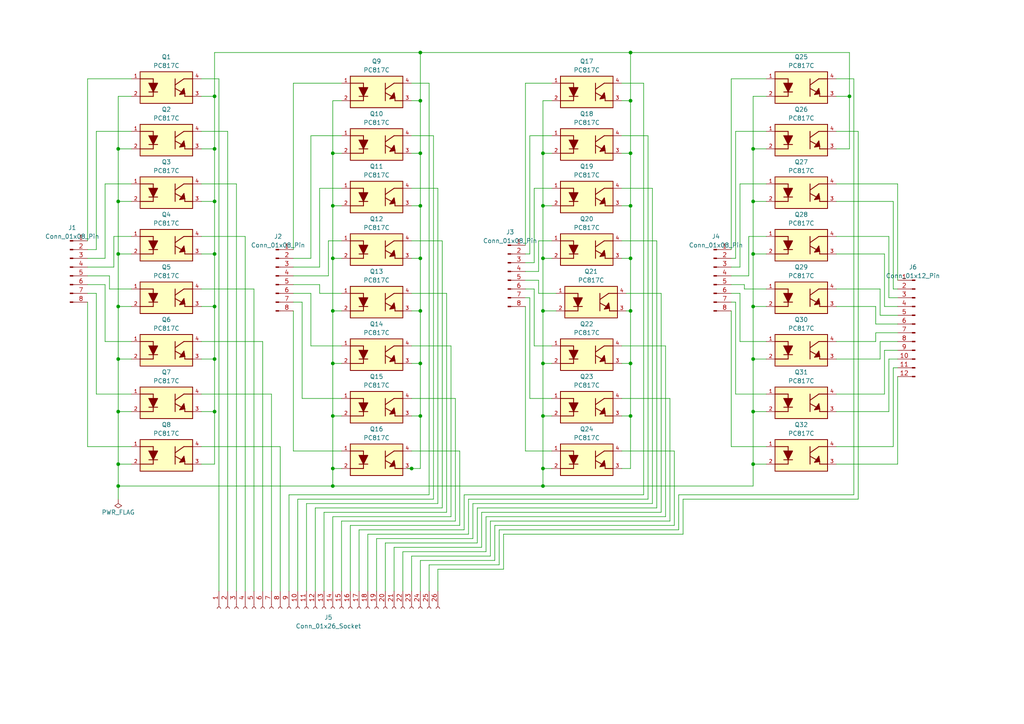
<source format=kicad_sch>
(kicad_sch (version 20230121) (generator eeschema)
  (paper "A4")
  (lib_symbols
    (symbol "Connector:Conn_01x08_Pin" (pin_names (offset 1.016) hide)
      (property "Reference" "J" (at 0 10.16 0))
      (property "Value" "Conn_01x08_Pin" (at 0 -12.7 0))
      (symbol "Conn_01x08_Pin_1_1"
        (pin passive line (at 5.08 7.62 180) (length 3.81) (name "Pin_1") (number "1"))
        (pin passive line (at 5.08 5.08 180) (length 3.81) (name "Pin_2") (number "2"))
        (pin passive line (at 5.08 2.54 180) (length 3.81) (name "Pin_3") (number "3"))
        (pin passive line (at 5.08 0 180) (length 3.81) (name "Pin_4") (number "4"))
        (pin passive line (at 5.08 -2.54 180) (length 3.81) (name "Pin_5") (number "5"))
        (pin passive line (at 5.08 -5.08 180) (length 3.81) (name "Pin_6") (number "6"))
        (pin passive line (at 5.08 -7.62 180) (length 3.81) (name "Pin_7") (number "7"))
        (pin passive line (at 5.08 -10.16 180) (length 3.81) (name "Pin_8") (number "8"))
      )
    )
    (symbol "Connector:Conn_01x12_Pin" (pin_names (offset 1.016) hide)
      (property "Reference" "J" (at 0 15.24 0))
      (property "Value" "Conn_01x12_Pin" (at 0 -17.78 0))
      (symbol "Conn_01x12_Pin_1_1"
        (pin passive line (at 5.08 12.7 180) (length 3.81) (name "Pin_1") (number "1"))
        (pin passive line (at 5.08 -10.16 180) (length 3.81) (name "Pin_10") (number "10"))
        (pin passive line (at 5.08 -12.7 180) (length 3.81) (name "Pin_11") (number "11"))
        (pin passive line (at 5.08 -15.24 180) (length 3.81) (name "Pin_12") (number "12"))
        (pin passive line (at 5.08 10.16 180) (length 3.81) (name "Pin_2") (number "2"))
        (pin passive line (at 5.08 7.62 180) (length 3.81) (name "Pin_3") (number "3"))
        (pin passive line (at 5.08 5.08 180) (length 3.81) (name "Pin_4") (number "4"))
        (pin passive line (at 5.08 2.54 180) (length 3.81) (name "Pin_5") (number "5"))
        (pin passive line (at 5.08 0 180) (length 3.81) (name "Pin_6") (number "6"))
        (pin passive line (at 5.08 -2.54 180) (length 3.81) (name "Pin_7") (number "7"))
        (pin passive line (at 5.08 -5.08 180) (length 3.81) (name "Pin_8") (number "8"))
        (pin passive line (at 5.08 -7.62 180) (length 3.81) (name "Pin_9") (number "9"))
      )
    )
    (symbol "Connector:Conn_01x26_Socket" (pin_names (offset 1.016) hide)
      (property "Reference" "J" (at 0 33.02 0))
      (property "Value" "Conn_01x26_Socket" (at 0 -35.56 0))
      (symbol "Conn_01x26_Socket_1_1"
        (pin passive line (at -5.08 30.48 0) (length 3.81) (name "Pin_1") (number "1"))
        (pin passive line (at -5.08 7.62 0) (length 3.81) (name "Pin_10") (number "10"))
        (pin passive line (at -5.08 5.08 0) (length 3.81) (name "Pin_11") (number "11"))
        (pin passive line (at -5.08 2.54 0) (length 3.81) (name "Pin_12") (number "12"))
        (pin passive line (at -5.08 0 0) (length 3.81) (name "Pin_13") (number "13"))
        (pin passive line (at -5.08 -2.54 0) (length 3.81) (name "Pin_14") (number "14"))
        (pin passive line (at -5.08 -5.08 0) (length 3.81) (name "Pin_15") (number "15"))
        (pin passive line (at -5.08 -7.62 0) (length 3.81) (name "Pin_16") (number "16"))
        (pin passive line (at -5.08 -10.16 0) (length 3.81) (name "Pin_17") (number "17"))
        (pin passive line (at -5.08 -12.7 0) (length 3.81) (name "Pin_18") (number "18"))
        (pin passive line (at -5.08 -15.24 0) (length 3.81) (name "Pin_19") (number "19"))
        (pin passive line (at -5.08 27.94 0) (length 3.81) (name "Pin_2") (number "2"))
        (pin passive line (at -5.08 -17.78 0) (length 3.81) (name "Pin_20") (number "20"))
        (pin passive line (at -5.08 -20.32 0) (length 3.81) (name "Pin_21") (number "21"))
        (pin passive line (at -5.08 -22.86 0) (length 3.81) (name "Pin_22") (number "22"))
        (pin passive line (at -5.08 -25.4 0) (length 3.81) (name "Pin_23") (number "23"))
        (pin passive line (at -5.08 -27.94 0) (length 3.81) (name "Pin_24") (number "24"))
        (pin passive line (at -5.08 -30.48 0) (length 3.81) (name "Pin_25") (number "25"))
        (pin passive line (at -5.08 -33.02 0) (length 3.81) (name "Pin_26") (number "26"))
        (pin passive line (at -5.08 25.4 0) (length 3.81) (name "Pin_3") (number "3"))
        (pin passive line (at -5.08 22.86 0) (length 3.81) (name "Pin_4") (number "4"))
        (pin passive line (at -5.08 20.32 0) (length 3.81) (name "Pin_5") (number "5"))
        (pin passive line (at -5.08 17.78 0) (length 3.81) (name "Pin_6") (number "6"))
        (pin passive line (at -5.08 15.24 0) (length 3.81) (name "Pin_7") (number "7"))
        (pin passive line (at -5.08 12.7 0) (length 3.81) (name "Pin_8") (number "8"))
        (pin passive line (at -5.08 10.16 0) (length 3.81) (name "Pin_9") (number "9"))
      )
    )
    (symbol "PC817C:PC817C" (pin_names (offset 1.016))
      (property "Reference" "Q" (at -7.6341 5.0894 0))
      (property "Value" "PC817C" (at -7.1257 -7.1257 0))
      (symbol "PC817C_0_0"
        (pin passive line (at -10.16 2.54 0) (length 2.54) (name "~") (number "1"))
        (pin passive line (at -10.16 -2.54 0) (length 2.54) (name "~") (number "2"))
        (pin passive line (at 10.16 -2.54 180) (length 2.54) (name "~") (number "3"))
        (pin passive line (at 10.16 2.54 180) (length 2.54) (name "~") (number "4"))
      )
    )
    (symbol "power:PWR_FLAG" (power) (pin_numbers hide) (pin_names (offset 0) hide)
      (property "Value" "PWR_FLAG" (at 0 3.81 0))
      (symbol "PWR_FLAG_0_0"
        (pin power_out line (at 0 0 90) (length 0) (name "pwr") (number "1"))
      )
    )
  )
  (junction (at 218.44 104.14))
  (junction (at 157.48 74.93))
  (junction (at 218.44 134.62))
  (junction (at 62.23 119.38))
  (junction (at 121.92 74.93))
  (junction (at 157.48 140.97))
  (junction (at 182.88 120.65))
  (junction (at 157.48 44.45))
  (junction (at 34.29 119.38))
  (junction (at 96.52 74.93))
  (junction (at 157.48 135.89))
  (junction (at 119.38 135.89))
  (junction (at 182.88 15.24))
  (junction (at 218.44 58.42))
  (junction (at 121.92 59.69))
  (junction (at 34.29 43.18))
  (junction (at 96.52 120.65))
  (junction (at 96.52 90.17))
  (junction (at 157.48 105.41))
  (junction (at 34.29 104.14))
  (junction (at 218.44 88.9))
  (junction (at 34.29 140.97))
  (junction (at 62.23 73.66))
  (junction (at 96.52 105.41))
  (junction (at 121.92 15.24))
  (junction (at 246.38 27.94))
  (junction (at 34.29 88.9))
  (junction (at 182.88 59.69))
  (junction (at 182.88 44.45))
  (junction (at 218.44 119.38))
  (junction (at 182.88 74.93))
  (junction (at 62.23 104.14))
  (junction (at 182.88 29.21))
  (junction (at 96.52 140.97))
  (junction (at 157.48 59.69))
  (junction (at 121.92 90.17))
  (junction (at 62.23 43.18))
  (junction (at 96.52 135.89))
  (junction (at 121.92 29.21))
  (junction (at 96.52 59.69))
  (junction (at 218.44 73.66))
  (junction (at 34.29 58.42))
  (junction (at 218.44 43.18))
  (junction (at 121.92 120.65))
  (junction (at 182.88 105.41))
  (junction (at 62.23 58.42))
  (junction (at 34.29 73.66))
  (junction (at 121.92 105.41))
  (junction (at 96.52 44.45))
  (junction (at 157.48 90.17))
  (junction (at 121.92 44.45))
  (junction (at 182.88 90.17))
  (junction (at 62.23 88.9))
  (junction (at 62.23 27.94))
  (junction (at 34.29 134.62))
  (junction (at 157.48 120.65))
  (wire (pts (xy 218.44 58.42) (xy 222.25 58.42)))
  (wire (pts (xy 129.54 148.59) (xy 93.98 148.59)))
  (wire (pts (xy 101.6 152.4) (xy 101.6 171.45)))
  (wire (pts (xy 88.9 146.05) (xy 88.9 171.45)))
  (wire (pts (xy 62.23 27.94) (xy 62.23 15.24)))
  (wire (pts (xy 85.09 80.01) (xy 95.25 80.01)))
  (wire (pts (xy 217.17 80.01) (xy 217.17 68.58)))
  (wire (pts (xy 196.85 143.51) (xy 196.85 153.67)))
  (wire (pts (xy 157.48 140.97) (xy 218.44 140.97)))
  (wire (pts (xy 218.44 104.14) (xy 222.25 104.14)))
  (wire (pts (xy 152.4 73.66) (xy 153.67 73.66)))
  (wire (pts (xy 96.52 135.89) (xy 99.06 135.89)))
  (wire (pts (xy 255.27 91.44) (xy 260.35 91.44)))
  (wire (pts (xy 212.09 87.63) (xy 213.36 87.63)))
  (wire (pts (xy 256.54 101.6) (xy 260.35 101.6)))
  (wire (pts (xy 242.57 68.58) (xy 257.81 68.58)))
  (wire (pts (xy 182.88 59.69) (xy 182.88 74.93)))
  (wire (pts (xy 198.12 144.78) (xy 198.12 154.94)))
  (wire (pts (xy 132.08 151.13) (xy 99.06 151.13)))
  (wire (pts (xy 119.38 135.89) (xy 121.92 135.89)))
  (wire (pts (xy 129.54 85.09) (xy 129.54 148.59)))
  (wire (pts (xy 96.52 149.86) (xy 96.52 171.45)))
  (wire (pts (xy 242.57 38.1) (xy 248.92 38.1)))
  (wire (pts (xy 242.57 53.34) (xy 260.35 53.34)))
  (wire (pts (xy 180.34 24.13) (xy 186.69 24.13)))
  (wire (pts (xy 153.67 86.36) (xy 152.4 86.36)))
  (wire (pts (xy 180.34 44.45) (xy 182.88 44.45)))
  (wire (pts (xy 218.44 27.94) (xy 222.25 27.94)))
  (wire (pts (xy 121.92 171.45) (xy 121.92 162.56)))
  (wire (pts (xy 63.5 22.86) (xy 63.5 171.45)))
  (wire (pts (xy 25.4 87.63) (xy 25.4 129.54)))
  (wire (pts (xy 96.52 140.97) (xy 157.48 140.97)))
  (wire (pts (xy 157.48 44.45) (xy 160.02 44.45)))
  (wire (pts (xy 119.38 130.81) (xy 133.35 130.81)))
  (wire (pts (xy 152.4 76.2) (xy 154.94 76.2)))
  (wire (pts (xy 34.29 73.66) (xy 34.29 88.9)))
  (wire (pts (xy 58.42 114.3) (xy 78.74 114.3)))
  (wire (pts (xy 218.44 104.14) (xy 218.44 88.9)))
  (wire (pts (xy 66.04 38.1) (xy 58.42 38.1)))
  (wire (pts (xy 90.17 39.37) (xy 99.06 39.37)))
  (wire (pts (xy 157.48 29.21) (xy 160.02 29.21)))
  (wire (pts (xy 96.52 74.93) (xy 99.06 74.93)))
  (wire (pts (xy 119.38 161.29) (xy 119.38 171.45)))
  (wire (pts (xy 119.38 85.09) (xy 129.54 85.09)))
  (wire (pts (xy 95.25 80.01) (xy 95.25 69.85)))
  (wire (pts (xy 96.52 90.17) (xy 96.52 105.41)))
  (wire (pts (xy 146.05 154.94) (xy 146.05 165.1)))
  (wire (pts (xy 143.51 162.56) (xy 143.51 152.4)))
  (wire (pts (xy 160.02 24.13) (xy 152.4 24.13)))
  (wire (pts (xy 119.38 74.93) (xy 121.92 74.93)))
  (wire (pts (xy 182.88 29.21) (xy 182.88 15.24)))
  (wire (pts (xy 124.46 143.51) (xy 83.82 143.51)))
  (wire (pts (xy 133.35 152.4) (xy 101.6 152.4)))
  (wire (pts (xy 62.23 88.9) (xy 62.23 104.14)))
  (wire (pts (xy 119.38 44.45) (xy 121.92 44.45)))
  (wire (pts (xy 256.54 88.9) (xy 260.35 88.9)))
  (wire (pts (xy 30.48 99.06) (xy 38.1 99.06)))
  (wire (pts (xy 242.57 27.94) (xy 246.38 27.94)))
  (wire (pts (xy 27.94 38.1) (xy 38.1 38.1)))
  (wire (pts (xy 152.4 88.9) (xy 152.4 130.81)))
  (wire (pts (xy 63.5 22.86) (xy 58.42 22.86)))
  (wire (pts (xy 114.3 158.75) (xy 114.3 171.45)))
  (wire (pts (xy 212.09 22.86) (xy 222.25 22.86)))
  (wire (pts (xy 157.48 90.17) (xy 161.29 90.17)))
  (wire (pts (xy 156.21 78.74) (xy 156.21 69.85)))
  (wire (pts (xy 194.31 151.13) (xy 142.24 151.13)))
  (wire (pts (xy 25.4 85.09) (xy 27.94 85.09)))
  (wire (pts (xy 111.76 157.48) (xy 138.43 157.48)))
  (wire (pts (xy 154.94 54.61) (xy 160.02 54.61)))
  (wire (pts (xy 160.02 100.33) (xy 154.94 100.33)))
  (wire (pts (xy 187.96 39.37) (xy 187.96 144.78)))
  (wire (pts (xy 85.09 87.63) (xy 87.63 87.63)))
  (wire (pts (xy 92.71 77.47) (xy 92.71 54.61)))
  (wire (pts (xy 78.74 114.3) (xy 78.74 171.45)))
  (wire (pts (xy 255.27 83.82) (xy 255.27 91.44)))
  (wire (pts (xy 86.36 144.78) (xy 86.36 171.45)))
  (wire (pts (xy 66.04 38.1) (xy 66.04 171.45)))
  (wire (pts (xy 62.23 134.62) (xy 58.42 134.62)))
  (wire (pts (xy 128.27 69.85) (xy 128.27 147.32)))
  (wire (pts (xy 259.08 83.82) (xy 260.35 83.82)))
  (wire (pts (xy 180.34 130.81) (xy 195.58 130.81)))
  (wire (pts (xy 121.92 74.93) (xy 121.92 90.17)))
  (wire (pts (xy 242.57 119.38) (xy 257.81 119.38)))
  (wire (pts (xy 154.94 83.82) (xy 152.4 83.82)))
  (wire (pts (xy 198.12 154.94) (xy 146.05 154.94)))
  (wire (pts (xy 34.29 104.14) (xy 38.1 104.14)))
  (wire (pts (xy 212.09 72.39) (xy 212.09 22.86)))
  (wire (pts (xy 31.75 80.01) (xy 31.75 83.82)))
  (wire (pts (xy 83.82 143.51) (xy 83.82 171.45)))
  (wire (pts (xy 157.48 135.89) (xy 157.48 140.97)))
  (wire (pts (xy 195.58 152.4) (xy 195.58 130.81)))
  (wire (pts (xy 96.52 105.41) (xy 96.52 120.65)))
  (wire (pts (xy 119.38 39.37) (xy 125.73 39.37)))
  (wire (pts (xy 180.34 29.21) (xy 182.88 29.21)))
  (wire (pts (xy 34.29 119.38) (xy 38.1 119.38)))
  (wire (pts (xy 96.52 74.93) (xy 96.52 90.17)))
  (wire (pts (xy 96.52 29.21) (xy 96.52 44.45)))
  (wire (pts (xy 25.4 82.55) (xy 30.48 82.55)))
  (wire (pts (xy 156.21 81.28) (xy 152.4 81.28)))
  (wire (pts (xy 140.97 149.86) (xy 140.97 160.02)))
  (wire (pts (xy 186.69 143.51) (xy 134.62 143.51)))
  (wire (pts (xy 143.51 152.4) (xy 195.58 152.4)))
  (wire (pts (xy 25.4 72.39) (xy 27.94 72.39)))
  (wire (pts (xy 248.92 38.1) (xy 248.92 144.78)))
  (wire (pts (xy 71.12 68.58) (xy 71.12 171.45)))
  (wire (pts (xy 90.17 85.09) (xy 90.17 100.33)))
  (wire (pts (xy 214.63 77.47) (xy 214.63 53.34)))
  (wire (pts (xy 193.04 149.86) (xy 140.97 149.86)))
  (wire (pts (xy 124.46 24.13) (xy 124.46 143.51)))
  (wire (pts (xy 160.02 115.57) (xy 153.67 115.57)))
  (wire (pts (xy 152.4 130.81) (xy 160.02 130.81)))
  (wire (pts (xy 71.12 68.58) (xy 58.42 68.58)))
  (wire (pts (xy 99.06 29.21) (xy 96.52 29.21)))
  (wire (pts (xy 180.34 74.93) (xy 182.88 74.93)))
  (wire (pts (xy 218.44 73.66) (xy 218.44 58.42)))
  (wire (pts (xy 156.21 69.85) (xy 160.02 69.85)))
  (wire (pts (xy 58.42 88.9) (xy 62.23 88.9)))
  (wire (pts (xy 85.09 24.13) (xy 99.06 24.13)))
  (wire (pts (xy 34.29 27.94) (xy 34.29 43.18)))
  (wire (pts (xy 119.38 120.65) (xy 121.92 120.65)))
  (wire (pts (xy 121.92 162.56) (xy 143.51 162.56)))
  (wire (pts (xy 254 99.06) (xy 254 96.52)))
  (wire (pts (xy 34.29 119.38) (xy 34.29 134.62)))
  (wire (pts (xy 218.44 88.9) (xy 218.44 73.66)))
  (wire (pts (xy 85.09 72.39) (xy 85.09 24.13)))
  (wire (pts (xy 248.92 144.78) (xy 198.12 144.78)))
  (wire (pts (xy 154.94 76.2) (xy 154.94 54.61)))
  (wire (pts (xy 213.36 38.1) (xy 222.25 38.1)))
  (wire (pts (xy 218.44 43.18) (xy 218.44 27.94)))
  (wire (pts (xy 31.75 83.82) (xy 38.1 83.82)))
  (wire (pts (xy 34.29 134.62) (xy 38.1 134.62)))
  (wire (pts (xy 187.96 144.78) (xy 135.89 144.78)))
  (wire (pts (xy 182.88 29.21) (xy 182.88 44.45)))
  (wire (pts (xy 90.17 74.93) (xy 90.17 39.37)))
  (wire (pts (xy 58.42 73.66) (xy 62.23 73.66)))
  (wire (pts (xy 182.88 105.41) (xy 182.88 120.65)))
  (wire (pts (xy 257.81 119.38) (xy 257.81 104.14)))
  (wire (pts (xy 25.4 80.01) (xy 31.75 80.01)))
  (wire (pts (xy 119.38 115.57) (xy 132.08 115.57)))
  (wire (pts (xy 125.73 144.78) (xy 86.36 144.78)))
  (wire (pts (xy 91.44 147.32) (xy 91.44 171.45)))
  (wire (pts (xy 34.29 134.62) (xy 34.29 140.97)))
  (wire (pts (xy 196.85 153.67) (xy 144.78 153.67)))
  (wire (pts (xy 128.27 147.32) (xy 91.44 147.32)))
  (wire (pts (xy 27.94 114.3) (xy 38.1 114.3)))
  (wire (pts (xy 25.4 22.86) (xy 38.1 22.86)))
  (wire (pts (xy 144.78 163.83) (xy 124.46 163.83)))
  (wire (pts (xy 190.5 69.85) (xy 190.5 147.32)))
  (wire (pts (xy 58.42 129.54) (xy 81.28 129.54)))
  (wire (pts (xy 260.35 134.62) (xy 260.35 109.22)))
  (wire (pts (xy 180.34 115.57) (xy 194.31 115.57)))
  (wire (pts (xy 152.4 78.74) (xy 156.21 78.74)))
  (wire (pts (xy 58.42 99.06) (xy 76.2 99.06)))
  (wire (pts (xy 193.04 100.33) (xy 193.04 149.86)))
  (wire (pts (xy 181.61 85.09) (xy 191.77 85.09)))
  (wire (pts (xy 34.29 140.97) (xy 34.29 144.78)))
  (wire (pts (xy 92.71 54.61) (xy 99.06 54.61)))
  (wire (pts (xy 62.23 73.66) (xy 62.23 88.9)))
  (wire (pts (xy 182.88 120.65) (xy 182.88 135.89)))
  (wire (pts (xy 96.52 59.69) (xy 99.06 59.69)))
  (wire (pts (xy 134.62 143.51) (xy 134.62 153.67)))
  (wire (pts (xy 146.05 165.1) (xy 127 165.1)))
  (wire (pts (xy 62.23 119.38) (xy 62.23 134.62)))
  (wire (pts (xy 121.92 105.41) (xy 121.92 120.65)))
  (wire (pts (xy 58.42 104.14) (xy 62.23 104.14)))
  (wire (pts (xy 254 88.9) (xy 254 93.98)))
  (wire (pts (xy 104.14 153.67) (xy 104.14 171.45)))
  (wire (pts (xy 182.88 74.93) (xy 182.88 90.17)))
  (wire (pts (xy 34.29 73.66) (xy 38.1 73.66)))
  (wire (pts (xy 257.81 86.36) (xy 260.35 86.36)))
  (wire (pts (xy 242.57 129.54) (xy 259.08 129.54)))
  (wire (pts (xy 92.71 85.09) (xy 99.06 85.09)))
  (wire (pts (xy 218.44 134.62) (xy 218.44 140.97)))
  (wire (pts (xy 96.52 90.17) (xy 99.06 90.17)))
  (wire (pts (xy 133.35 130.81) (xy 133.35 152.4)))
  (wire (pts (xy 212.09 90.17) (xy 212.09 129.54)))
  (wire (pts (xy 27.94 85.09) (xy 27.94 114.3)))
  (wire (pts (xy 25.4 77.47) (xy 33.02 77.47)))
  (wire (pts (xy 142.24 161.29) (xy 119.38 161.29)))
  (wire (pts (xy 68.58 53.34) (xy 58.42 53.34)))
  (wire (pts (xy 157.48 120.65) (xy 160.02 120.65)))
  (wire (pts (xy 242.57 104.14) (xy 255.27 104.14)))
  (wire (pts (xy 218.44 43.18) (xy 222.25 43.18)))
  (wire (pts (xy 33.02 77.47) (xy 33.02 68.58)))
  (wire (pts (xy 109.22 156.21) (xy 109.22 171.45)))
  (wire (pts (xy 157.48 59.69) (xy 160.02 59.69)))
  (wire (pts (xy 256.54 73.66) (xy 256.54 88.9)))
  (wire (pts (xy 217.17 68.58) (xy 222.25 68.58)))
  (wire (pts (xy 161.29 85.09) (xy 156.21 85.09)))
  (wire (pts (xy 138.43 157.48) (xy 138.43 147.32)))
  (wire (pts (xy 27.94 72.39) (xy 27.94 38.1)))
  (wire (pts (xy 213.36 114.3) (xy 222.25 114.3)))
  (wire (pts (xy 259.08 129.54) (xy 259.08 106.68)))
  (wire (pts (xy 157.48 135.89) (xy 160.02 135.89)))
  (wire (pts (xy 180.34 59.69) (xy 182.88 59.69)))
  (wire (pts (xy 194.31 115.57) (xy 194.31 151.13)))
  (wire (pts (xy 257.81 68.58) (xy 257.81 86.36)))
  (wire (pts (xy 132.08 115.57) (xy 132.08 151.13)))
  (wire (pts (xy 157.48 105.41) (xy 157.48 90.17)))
  (wire (pts (xy 157.48 74.93) (xy 160.02 74.93)))
  (wire (pts (xy 222.25 134.62) (xy 218.44 134.62)))
  (wire (pts (xy 96.52 59.69) (xy 96.52 74.93)))
  (wire (pts (xy 119.38 100.33) (xy 130.81 100.33)))
  (wire (pts (xy 157.48 120.65) (xy 157.48 105.41)))
  (wire (pts (xy 34.29 104.14) (xy 34.29 119.38)))
  (wire (pts (xy 85.09 82.55) (xy 92.71 82.55)))
  (wire (pts (xy 118.11 135.89) (xy 119.38 135.89)))
  (wire (pts (xy 85.09 74.93) (xy 90.17 74.93)))
  (wire (pts (xy 152.4 24.13) (xy 152.4 71.12)))
  (wire (pts (xy 33.02 68.58) (xy 38.1 68.58)))
  (wire (pts (xy 212.09 77.47) (xy 214.63 77.47)))
  (wire (pts (xy 121.92 120.65) (xy 121.92 135.89)))
  (wire (pts (xy 189.23 54.61) (xy 189.23 146.05)))
  (wire (pts (xy 137.16 156.21) (xy 137.16 146.05)))
  (wire (pts (xy 90.17 100.33) (xy 99.06 100.33)))
  (wire (pts (xy 111.76 157.48) (xy 111.76 171.45)))
  (wire (pts (xy 34.29 58.42) (xy 34.29 73.66)))
  (wire (pts (xy 218.44 73.66) (xy 222.25 73.66)))
  (wire (pts (xy 127 146.05) (xy 88.9 146.05)))
  (wire (pts (xy 242.57 22.86) (xy 247.65 22.86)))
  (wire (pts (xy 260.35 53.34) (xy 260.35 81.28)))
  (wire (pts (xy 180.34 69.85) (xy 190.5 69.85)))
  (wire (pts (xy 96.52 120.65) (xy 99.06 120.65)))
  (wire (pts (xy 218.44 119.38) (xy 218.44 134.62)))
  (wire (pts (xy 180.34 120.65) (xy 182.88 120.65)))
  (wire (pts (xy 116.84 160.02) (xy 116.84 171.45)))
  (wire (pts (xy 242.57 73.66) (xy 256.54 73.66)))
  (wire (pts (xy 214.63 99.06) (xy 222.25 99.06)))
  (wire (pts (xy 119.38 24.13) (xy 124.46 24.13)))
  (wire (pts (xy 106.68 154.94) (xy 106.68 171.45)))
  (wire (pts (xy 81.28 129.54) (xy 81.28 171.45)))
  (wire (pts (xy 119.38 69.85) (xy 128.27 69.85)))
  (wire (pts (xy 180.34 100.33) (xy 193.04 100.33)))
  (wire (pts (xy 218.44 119.38) (xy 218.44 104.14)))
  (wire (pts (xy 121.92 90.17) (xy 121.92 105.41)))
  (wire (pts (xy 30.48 74.93) (xy 30.48 53.34)))
  (wire (pts (xy 157.48 59.69) (xy 157.48 44.45)))
  (wire (pts (xy 87.63 115.57) (xy 99.06 115.57)))
  (wire (pts (xy 96.52 105.41) (xy 99.06 105.41)))
  (wire (pts (xy 214.63 53.34) (xy 222.25 53.34)))
  (wire (pts (xy 85.09 90.17) (xy 85.09 130.81)))
  (wire (pts (xy 125.73 39.37) (xy 125.73 144.78)))
  (wire (pts (xy 182.88 15.24) (xy 246.38 15.24)))
  (wire (pts (xy 255.27 99.06) (xy 260.35 99.06)))
  (wire (pts (xy 140.97 160.02) (xy 116.84 160.02)))
  (wire (pts (xy 242.57 88.9) (xy 254 88.9)))
  (wire (pts (xy 96.52 120.65) (xy 96.52 135.89)))
  (wire (pts (xy 109.22 156.21) (xy 137.16 156.21)))
  (wire (pts (xy 182.88 90.17) (xy 182.88 105.41)))
  (wire (pts (xy 139.7 158.75) (xy 114.3 158.75)))
  (wire (pts (xy 247.65 143.51) (xy 196.85 143.51)))
  (wire (pts (xy 257.81 104.14) (xy 260.35 104.14)))
  (wire (pts (xy 256.54 114.3) (xy 256.54 101.6)))
  (wire (pts (xy 25.4 129.54) (xy 38.1 129.54)))
  (wire (pts (xy 73.66 83.82) (xy 73.66 171.45)))
  (wire (pts (xy 255.27 104.14) (xy 255.27 99.06)))
  (wire (pts (xy 92.71 82.55) (xy 92.71 85.09)))
  (wire (pts (xy 212.09 82.55) (xy 215.9 82.55)))
  (wire (pts (xy 144.78 153.67) (xy 144.78 163.83)))
  (wire (pts (xy 180.34 135.89) (xy 182.88 135.89)))
  (wire (pts (xy 127 165.1) (xy 127 171.45)))
  (wire (pts (xy 157.48 90.17) (xy 157.48 74.93)))
  (wire (pts (xy 73.66 83.82) (xy 58.42 83.82)))
  (wire (pts (xy 242.57 58.42) (xy 259.08 58.42)))
  (wire (pts (xy 119.38 105.41) (xy 121.92 105.41)))
  (wire (pts (xy 96.52 44.45) (xy 99.06 44.45)))
  (wire (pts (xy 242.57 114.3) (xy 256.54 114.3)))
  (wire (pts (xy 95.25 69.85) (xy 99.06 69.85)))
  (wire (pts (xy 153.67 115.57) (xy 153.67 86.36)))
  (wire (pts (xy 34.29 140.97) (xy 96.52 140.97)))
  (wire (pts (xy 246.38 27.94) (xy 246.38 43.18)))
  (wire (pts (xy 180.34 54.61) (xy 189.23 54.61)))
  (wire (pts (xy 157.48 74.93) (xy 157.48 59.69)))
  (wire (pts (xy 180.34 105.41) (xy 182.88 105.41)))
  (wire (pts (xy 186.69 24.13) (xy 186.69 143.51)))
  (wire (pts (xy 62.23 27.94) (xy 62.23 43.18)))
  (wire (pts (xy 157.48 105.41) (xy 160.02 105.41)))
  (wire (pts (xy 99.06 151.13) (xy 99.06 171.45)))
  (wire (pts (xy 154.94 100.33) (xy 154.94 83.82)))
  (wire (pts (xy 218.44 88.9) (xy 222.25 88.9)))
  (wire (pts (xy 191.77 148.59) (xy 139.7 148.59)))
  (wire (pts (xy 153.67 73.66) (xy 153.67 39.37)))
  (wire (pts (xy 121.92 59.69) (xy 121.92 74.93)))
  (wire (pts (xy 121.92 29.21) (xy 121.92 44.45)))
  (wire (pts (xy 259.08 106.68) (xy 260.35 106.68)))
  (wire (pts (xy 119.38 59.69) (xy 121.92 59.69)))
  (wire (pts (xy 119.38 54.61) (xy 127 54.61)))
  (wire (pts (xy 180.34 39.37) (xy 187.96 39.37)))
  (wire (pts (xy 157.48 120.65) (xy 157.48 135.89)))
  (wire (pts (xy 157.48 44.45) (xy 157.48 29.21)))
  (wire (pts (xy 247.65 22.86) (xy 247.65 143.51)))
  (wire (pts (xy 142.24 151.13) (xy 142.24 161.29)))
  (wire (pts (xy 62.23 58.42) (xy 62.23 73.66)))
  (wire (pts (xy 119.38 29.21) (xy 121.92 29.21)))
  (wire (pts (xy 135.89 154.94) (xy 106.68 154.94)))
  (wire (pts (xy 242.57 134.62) (xy 260.35 134.62)))
  (wire (pts (xy 85.09 130.81) (xy 99.06 130.81)))
  (wire (pts (xy 34.29 27.94) (xy 38.1 27.94)))
  (wire (pts (xy 135.89 144.78) (xy 135.89 154.94)))
  (wire (pts (xy 30.48 82.55) (xy 30.48 99.06)))
  (wire (pts (xy 218.44 58.42) (xy 218.44 43.18)))
  (wire (pts (xy 96.52 44.45) (xy 96.52 59.69)))
  (wire (pts (xy 242.57 43.18) (xy 246.38 43.18)))
  (wire (pts (xy 93.98 148.59) (xy 93.98 171.45)))
  (wire (pts (xy 87.63 87.63) (xy 87.63 115.57)))
  (wire (pts (xy 218.44 119.38) (xy 222.25 119.38)))
  (wire (pts (xy 58.42 43.18) (xy 62.23 43.18)))
  (wire (pts (xy 212.09 74.93) (xy 213.36 74.93)))
  (wire (pts (xy 62.23 104.14) (xy 62.23 119.38)))
  (wire (pts (xy 212.09 80.01) (xy 217.17 80.01)))
  (wire (pts (xy 58.42 58.42) (xy 62.23 58.42)))
  (wire (pts (xy 213.36 74.93) (xy 213.36 38.1)))
  (wire (pts (xy 121.92 15.24) (xy 121.92 29.21)))
  (wire (pts (xy 254 93.98) (xy 260.35 93.98)))
  (wire (pts (xy 213.36 87.63) (xy 213.36 114.3)))
  (wire (pts (xy 215.9 82.55) (xy 215.9 83.82)))
  (wire (pts (xy 127 54.61) (xy 127 146.05)))
  (wire (pts (xy 242.57 83.82) (xy 255.27 83.82)))
  (wire (pts (xy 124.46 163.83) (xy 124.46 171.45)))
  (wire (pts (xy 214.63 85.09) (xy 214.63 99.06)))
  (wire (pts (xy 34.29 43.18) (xy 34.29 58.42)))
  (wire (pts (xy 25.4 69.85) (xy 25.4 22.86)))
  (wire (pts (xy 212.09 129.54) (xy 222.25 129.54)))
  (wire (pts (xy 139.7 148.59) (xy 139.7 158.75)))
  (wire (pts (xy 246.38 15.24) (xy 246.38 27.94)))
  (wire (pts (xy 190.5 147.32) (xy 138.43 147.32)))
  (wire (pts (xy 34.29 88.9) (xy 34.29 104.14)))
  (wire (pts (xy 156.21 85.09) (xy 156.21 81.28)))
  (wire (pts (xy 76.2 99.06) (xy 76.2 171.45)))
  (wire (pts (xy 96.52 135.89) (xy 96.52 140.97)))
  (wire (pts (xy 85.09 77.47) (xy 92.71 77.47)))
  (wire (pts (xy 181.61 90.17) (xy 182.88 90.17)))
  (wire (pts (xy 30.48 53.34) (xy 38.1 53.34)))
  (wire (pts (xy 58.42 27.94) (xy 62.23 27.94)))
  (wire (pts (xy 85.09 85.09) (xy 90.17 85.09)))
  (wire (pts (xy 58.42 119.38) (xy 62.23 119.38)))
  (wire (pts (xy 130.81 100.33) (xy 130.81 149.86)))
  (wire (pts (xy 62.23 15.24) (xy 121.92 15.24)))
  (wire (pts (xy 215.9 83.82) (xy 222.25 83.82)))
  (wire (pts (xy 242.57 99.06) (xy 254 99.06)))
  (wire (pts (xy 137.16 146.05) (xy 189.23 146.05)))
  (wire (pts (xy 34.29 58.42) (xy 38.1 58.42)))
  (wire (pts (xy 153.67 39.37) (xy 160.02 39.37)))
  (wire (pts (xy 121.92 15.24) (xy 182.88 15.24)))
  (wire (pts (xy 34.29 88.9) (xy 38.1 88.9)))
  (wire (pts (xy 121.92 44.45) (xy 121.92 59.69)))
  (wire (pts (xy 212.09 85.09) (xy 214.63 85.09)))
  (wire (pts (xy 134.62 153.67) (xy 104.14 153.67)))
  (wire (pts (xy 25.4 74.93) (xy 30.48 74.93)))
  (wire (pts (xy 119.38 90.17) (xy 121.92 90.17)))
  (wire (pts (xy 34.29 43.18) (xy 38.1 43.18)))
  (wire (pts (xy 62.23 43.18) (xy 62.23 58.42)))
  (wire (pts (xy 259.08 58.42) (xy 259.08 83.82)))
  (wire (pts (xy 182.88 44.45) (xy 182.88 59.69)))
  (wire (pts (xy 68.58 53.34) (xy 68.58 171.45)))
  (wire (pts (xy 254 96.52) (xy 260.35 96.52)))
  (wire (pts (xy 130.81 149.86) (xy 96.52 149.86)))
  (wire (pts (xy 191.77 85.09) (xy 191.77 148.59)))
  (symbol (lib_id "PC817C:PC817C") (at 48.26 132.08 0) (unit 1)
    (property "Reference" "Q8" (at 48.26 123.19 0))
    (property "Value" "PC817C" (at 48.26 125.73 0))
    (property "Footprint" "PC817C:DIP762W50P254L650H458Q4B" (effects hide))
    (property "MF" "Sharp Corporation" (effects hide))
    (property "Description" "\nDIP4, DC INPUT, PHOTO TRANSISTOR\n" (effects hide))
    (property "Package" "None" (effects hide))
    (property "Price" "None" (effects hide))
    (property "Check_prices" "https://www.snapeda.com/parts/PC817C/Sharp/view-part/?ref=eda" (effects hide))
    (property "PARTREV" "N/A" (effects hide))
    (property "SnapEDA_Link" "https://www.snapeda.com/parts/PC817C/Sharp/view-part/?ref=snap" (effects hide))
    (property "MP" "PC817C" (effects hide))
    (property "MANUFACTURER" "SHARP" (effects hide))
    (property "Availability" "Not in stock" (effects hide))
    (property "METADATA" "IPC-7251" (effects hide))
  )
  (symbol (lib_id "PC817C:PC817C") (at 170.18 118.11 0) (unit 1)
    (property "Reference" "Q23" (at 170.18 109.22 0))
    (property "Value" "PC817C" (at 170.18 111.76 0))
    (property "Footprint" "PC817C:DIP762W50P254L650H458Q4B" (effects hide))
    (property "MF" "Sharp Corporation" (effects hide))
    (property "Description" "\nDIP4, DC INPUT, PHOTO TRANSISTOR\n" (effects hide))
    (property "Package" "None" (effects hide))
    (property "Price" "None" (effects hide))
    (property "Check_prices" "https://www.snapeda.com/parts/PC817C/Sharp/view-part/?ref=eda" (effects hide))
    (property "PARTREV" "N/A" (effects hide))
    (property "SnapEDA_Link" "https://www.snapeda.com/parts/PC817C/Sharp/view-part/?ref=snap" (effects hide))
    (property "MP" "PC817C" (effects hide))
    (property "MANUFACTURER" "SHARP" (effects hide))
    (property "Availability" "Not in stock" (effects hide))
    (property "METADATA" "IPC-7251" (effects hide))
  )
  (symbol (lib_id "PC817C:PC817C") (at 109.22 57.15 0) (unit 1)
    (property "Reference" "Q11" (at 109.22 48.26 0))
    (property "Value" "PC817C" (at 109.22 50.8 0))
    (property "Footprint" "PC817C:DIP762W50P254L650H458Q4B" (effects hide))
    (property "MF" "Sharp Corporation" (effects hide))
    (property "Description" "\nDIP4, DC INPUT, PHOTO TRANSISTOR\n" (effects hide))
    (property "Package" "None" (effects hide))
    (property "Price" "None" (effects hide))
    (property "Check_prices" "https://www.snapeda.com/parts/PC817C/Sharp/view-part/?ref=eda" (effects hide))
    (property "PARTREV" "N/A" (effects hide))
    (property "SnapEDA_Link" "https://www.snapeda.com/parts/PC817C/Sharp/view-part/?ref=snap" (effects hide))
    (property "MP" "PC817C" (effects hide))
    (property "MANUFACTURER" "SHARP" (effects hide))
    (property "Availability" "Not in stock" (effects hide))
    (property "METADATA" "IPC-7251" (effects hide))
  )
  (symbol (lib_id "PC817C:PC817C") (at 232.41 86.36 0) (unit 1)
    (property "Reference" "Q29" (at 232.41 77.47 0))
    (property "Value" "PC817C" (at 232.41 80.01 0))
    (property "Footprint" "PC817C:DIP762W50P254L650H458Q4B" (effects hide))
    (property "MF" "Sharp Corporation" (effects hide))
    (property "Description" "\nDIP4, DC INPUT, PHOTO TRANSISTOR\n" (effects hide))
    (property "Package" "None" (effects hide))
    (property "Price" "None" (effects hide))
    (property "Check_prices" "https://www.snapeda.com/parts/PC817C/Sharp/view-part/?ref=eda" (effects hide))
    (property "PARTREV" "N/A" (effects hide))
    (property "SnapEDA_Link" "https://www.snapeda.com/parts/PC817C/Sharp/view-part/?ref=snap" (effects hide))
    (property "MP" "PC817C" (effects hide))
    (property "MANUFACTURER" "SHARP" (effects hide))
    (property "Availability" "Not in stock" (effects hide))
    (property "METADATA" "IPC-7251" (effects hide))
  )
  (symbol (lib_id "PC817C:PC817C") (at 170.18 26.67 0) (unit 1)
    (property "Reference" "Q17" (at 170.18 17.78 0))
    (property "Value" "PC817C" (at 170.18 20.32 0))
    (property "Footprint" "PC817C:DIP762W50P254L650H458Q4B" (effects hide))
    (property "MF" "Sharp Corporation" (effects hide))
    (property "Description" "\nDIP4, DC INPUT, PHOTO TRANSISTOR\n" (effects hide))
    (property "Package" "None" (effects hide))
    (property "Price" "None" (effects hide))
    (property "Check_prices" "https://www.snapeda.com/parts/PC817C/Sharp/view-part/?ref=eda" (effects hide))
    (property "PARTREV" "N/A" (effects hide))
    (property "SnapEDA_Link" "https://www.snapeda.com/parts/PC817C/Sharp/view-part/?ref=snap" (effects hide))
    (property "MP" "PC817C" (effects hide))
    (property "MANUFACTURER" "SHARP" (effects hide))
    (property "Availability" "Not in stock" (effects hide))
    (property "METADATA" "IPC-7251" (effects hide))
  )
  (symbol (lib_id "PC817C:PC817C") (at 170.18 133.35 0) (unit 1)
    (property "Reference" "Q24" (at 170.18 124.46 0))
    (property "Value" "PC817C" (at 170.18 127 0))
    (property "Footprint" "PC817C:DIP762W50P254L650H458Q4B" (effects hide))
    (property "MF" "Sharp Corporation" (effects hide))
    (property "Description" "\nDIP4, DC INPUT, PHOTO TRANSISTOR\n" (effects hide))
    (property "Package" "None" (effects hide))
    (property "Price" "None" (effects hide))
    (property "Check_prices" "https://www.snapeda.com/parts/PC817C/Sharp/view-part/?ref=eda" (effects hide))
    (property "PARTREV" "N/A" (effects hide))
    (property "SnapEDA_Link" "https://www.snapeda.com/parts/PC817C/Sharp/view-part/?ref=snap" (effects hide))
    (property "MP" "PC817C" (effects hide))
    (property "MANUFACTURER" "SHARP" (effects hide))
    (property "Availability" "Not in stock" (effects hide))
    (property "METADATA" "IPC-7251" (effects hide))
  )
  (symbol (lib_id "PC817C:PC817C") (at 170.18 102.87 0) (unit 1)
    (property "Reference" "Q22" (at 170.18 93.98 0))
    (property "Value" "PC817C" (at 170.18 96.52 0))
    (property "Footprint" "PC817C:DIP762W50P254L650H458Q4B" (effects hide))
    (property "MF" "Sharp Corporation" (effects hide))
    (property "Description" "\nDIP4, DC INPUT, PHOTO TRANSISTOR\n" (effects hide))
    (property "Package" "None" (effects hide))
    (property "Price" "None" (effects hide))
    (property "Check_prices" "https://www.snapeda.com/parts/PC817C/Sharp/view-part/?ref=eda" (effects hide))
    (property "PARTREV" "N/A" (effects hide))
    (property "SnapEDA_Link" "https://www.snapeda.com/parts/PC817C/Sharp/view-part/?ref=snap" (effects hide))
    (property "MP" "PC817C" (effects hide))
    (property "MANUFACTURER" "SHARP" (effects hide))
    (property "Availability" "Not in stock" (effects hide))
    (property "METADATA" "IPC-7251" (effects hide))
  )
  (symbol (lib_id "PC817C:PC817C") (at 170.18 57.15 0) (unit 1)
    (property "Reference" "Q19" (at 170.18 48.26 0))
    (property "Value" "PC817C" (at 170.18 50.8 0))
    (property "Footprint" "PC817C:DIP762W50P254L650H458Q4B" (effects hide))
    (property "MF" "Sharp Corporation" (effects hide))
    (property "Description" "\nDIP4, DC INPUT, PHOTO TRANSISTOR\n" (effects hide))
    (property "Package" "None" (effects hide))
    (property "Price" "None" (effects hide))
    (property "Check_prices" "https://www.snapeda.com/parts/PC817C/Sharp/view-part/?ref=eda" (effects hide))
    (property "PARTREV" "N/A" (effects hide))
    (property "SnapEDA_Link" "https://www.snapeda.com/parts/PC817C/Sharp/view-part/?ref=snap" (effects hide))
    (property "MP" "PC817C" (effects hide))
    (property "MANUFACTURER" "SHARP" (effects hide))
    (property "Availability" "Not in stock" (effects hide))
    (property "METADATA" "IPC-7251" (effects hide))
  )
  (symbol (lib_id "PC817C:PC817C") (at 171.45 87.63 0) (unit 1)
    (property "Reference" "Q21" (at 171.45 78.74 0))
    (property "Value" "PC817C" (at 171.45 81.28 0))
    (property "Footprint" "PC817C:DIP762W50P254L650H458Q4B" (effects hide))
    (property "MF" "Sharp Corporation" (effects hide))
    (property "Description" "\nDIP4, DC INPUT, PHOTO TRANSISTOR\n" (effects hide))
    (property "Package" "None" (effects hide))
    (property "Price" "None" (effects hide))
    (property "Check_prices" "https://www.snapeda.com/parts/PC817C/Sharp/view-part/?ref=eda" (effects hide))
    (property "PARTREV" "N/A" (effects hide))
    (property "SnapEDA_Link" "https://www.snapeda.com/parts/PC817C/Sharp/view-part/?ref=snap" (effects hide))
    (property "MP" "PC817C" (effects hide))
    (property "MANUFACTURER" "SHARP" (effects hide))
    (property "Availability" "Not in stock" (effects hide))
    (property "METADATA" "IPC-7251" (effects hide))
  )
  (symbol (lib_id "PC817C:PC817C") (at 232.41 40.64 0) (unit 1)
    (property "Reference" "Q26" (at 232.41 31.75 0))
    (property "Value" "PC817C" (at 232.41 34.29 0))
    (property "Footprint" "PC817C:DIP762W50P254L650H458Q4B" (effects hide))
    (property "MF" "Sharp Corporation" (effects hide))
    (property "Description" "\nDIP4, DC INPUT, PHOTO TRANSISTOR\n" (effects hide))
    (property "Package" "None" (effects hide))
    (property "Price" "None" (effects hide))
    (property "Check_prices" "https://www.snapeda.com/parts/PC817C/Sharp/view-part/?ref=eda" (effects hide))
    (property "PARTREV" "N/A" (effects hide))
    (property "SnapEDA_Link" "https://www.snapeda.com/parts/PC817C/Sharp/view-part/?ref=snap" (effects hide))
    (property "MP" "PC817C" (effects hide))
    (property "MANUFACTURER" "SHARP" (effects hide))
    (property "Availability" "Not in stock" (effects hide))
    (property "METADATA" "IPC-7251" (effects hide))
  )
  (symbol (lib_id "Connector:Conn_01x12_Pin") (at 265.43 93.98 0) (mirror y) (unit 1)
    (property "Reference" "J6" (at 264.795 77.47 0))
    (property "Value" "Conn_01x12_Pin" (at 264.795 80.01 0))
    (property "Footprint" "Connector_PinHeader_2.54mm:PinHeader_1x12_P2.54mm_Vertical" (effects hide))
  )
  (symbol (lib_id "PC817C:PC817C") (at 48.26 116.84 0) (unit 1)
    (property "Reference" "Q7" (at 48.26 107.95 0))
    (property "Value" "PC817C" (at 48.26 110.49 0))
    (property "Footprint" "PC817C:DIP762W50P254L650H458Q4B" (effects hide))
    (property "MF" "Sharp Corporation" (effects hide))
    (property "Description" "\nDIP4, DC INPUT, PHOTO TRANSISTOR\n" (effects hide))
    (property "Package" "None" (effects hide))
    (property "Price" "None" (effects hide))
    (property "Check_prices" "https://www.snapeda.com/parts/PC817C/Sharp/view-part/?ref=eda" (effects hide))
    (property "PARTREV" "N/A" (effects hide))
    (property "SnapEDA_Link" "https://www.snapeda.com/parts/PC817C/Sharp/view-part/?ref=snap" (effects hide))
    (property "MP" "PC817C" (effects hide))
    (property "MANUFACTURER" "SHARP" (effects hide))
    (property "Availability" "Not in stock" (effects hide))
    (property "METADATA" "IPC-7251" (effects hide))
  )
  (symbol (lib_id "Connector:Conn_01x08_Pin") (at 80.01 80.01 0) (unit 1)
    (property "Reference" "J2" (at 80.645 68.58 0))
    (property "Value" "Conn_01x08_Pin" (at 80.645 71.12 0))
    (property "Footprint" "Connector_PinHeader_2.54mm:PinHeader_1x08_P2.54mm_Vertical" (effects hide))
  )
  (symbol (lib_id "PC817C:PC817C") (at 48.26 71.12 0) (unit 1)
    (property "Reference" "Q4" (at 48.26 62.23 0))
    (property "Value" "PC817C" (at 48.26 64.77 0))
    (property "Footprint" "PC817C:DIP762W50P254L650H458Q4B" (effects hide))
    (property "MF" "Sharp Corporation" (effects hide))
    (property "Description" "\nDIP4, DC INPUT, PHOTO TRANSISTOR\n" (effects hide))
    (property "Package" "None" (effects hide))
    (property "Price" "None" (effects hide))
    (property "Check_prices" "https://www.snapeda.com/parts/PC817C/Sharp/view-part/?ref=eda" (effects hide))
    (property "PARTREV" "N/A" (effects hide))
    (property "SnapEDA_Link" "https://www.snapeda.com/parts/PC817C/Sharp/view-part/?ref=snap" (effects hide))
    (property "MP" "PC817C" (effects hide))
    (property "MANUFACTURER" "SHARP" (effects hide))
    (property "Availability" "Not in stock" (effects hide))
    (property "METADATA" "IPC-7251" (effects hide))
  )
  (symbol (lib_id "PC817C:PC817C") (at 232.41 71.12 0) (unit 1)
    (property "Reference" "Q28" (at 232.41 62.23 0))
    (property "Value" "PC817C" (at 232.41 64.77 0))
    (property "Footprint" "PC817C:DIP762W50P254L650H458Q4B" (effects hide))
    (property "MF" "Sharp Corporation" (effects hide))
    (property "Description" "\nDIP4, DC INPUT, PHOTO TRANSISTOR\n" (effects hide))
    (property "Package" "None" (effects hide))
    (property "Price" "None" (effects hide))
    (property "Check_prices" "https://www.snapeda.com/parts/PC817C/Sharp/view-part/?ref=eda" (effects hide))
    (property "PARTREV" "N/A" (effects hide))
    (property "SnapEDA_Link" "https://www.snapeda.com/parts/PC817C/Sharp/view-part/?ref=snap" (effects hide))
    (property "MP" "PC817C" (effects hide))
    (property "MANUFACTURER" "SHARP" (effects hide))
    (property "Availability" "Not in stock" (effects hide))
    (property "METADATA" "IPC-7251" (effects hide))
  )
  (symbol (lib_id "PC817C:PC817C") (at 232.41 25.4 0) (unit 1)
    (property "Reference" "Q25" (at 232.41 16.51 0))
    (property "Value" "PC817C" (at 232.41 19.05 0))
    (property "Footprint" "PC817C:DIP762W50P254L650H458Q4B" (effects hide))
    (property "MF" "Sharp Corporation" (effects hide))
    (property "Description" "\nDIP4, DC INPUT, PHOTO TRANSISTOR\n" (effects hide))
    (property "Package" "None" (effects hide))
    (property "Price" "None" (effects hide))
    (property "Check_prices" "https://www.snapeda.com/parts/PC817C/Sharp/view-part/?ref=eda" (effects hide))
    (property "PARTREV" "N/A" (effects hide))
    (property "SnapEDA_Link" "https://www.snapeda.com/parts/PC817C/Sharp/view-part/?ref=snap" (effects hide))
    (property "MP" "PC817C" (effects hide))
    (property "MANUFACTURER" "SHARP" (effects hide))
    (property "Availability" "Not in stock" (effects hide))
    (property "METADATA" "IPC-7251" (effects hide))
  )
  (symbol (lib_id "Connector:Conn_01x08_Pin") (at 147.32 78.74 0) (unit 1)
    (property "Reference" "J3" (at 147.955 67.31 0))
    (property "Value" "Conn_01x08_Pin" (at 147.955 69.85 0))
    (property "Footprint" "Connector_PinHeader_2.54mm:PinHeader_1x08_P2.54mm_Vertical" (effects hide))
  )
  (symbol (lib_id "PC817C:PC817C") (at 109.22 118.11 0) (unit 1)
    (property "Reference" "Q15" (at 109.22 109.22 0))
    (property "Value" "PC817C" (at 109.22 111.76 0))
    (property "Footprint" "PC817C:DIP762W50P254L650H458Q4B" (effects hide))
    (property "MF" "Sharp Corporation" (effects hide))
    (property "Description" "\nDIP4, DC INPUT, PHOTO TRANSISTOR\n" (effects hide))
    (property "Package" "None" (effects hide))
    (property "Price" "None" (effects hide))
    (property "Check_prices" "https://www.snapeda.com/parts/PC817C/Sharp/view-part/?ref=eda" (effects hide))
    (property "PARTREV" "N/A" (effects hide))
    (property "SnapEDA_Link" "https://www.snapeda.com/parts/PC817C/Sharp/view-part/?ref=snap" (effects hide))
    (property "MP" "PC817C" (effects hide))
    (property "MANUFACTURER" "SHARP" (effects hide))
    (property "Availability" "Not in stock" (effects hide))
    (property "METADATA" "IPC-7251" (effects hide))
  )
  (symbol (lib_id "PC817C:PC817C") (at 109.22 102.87 0) (unit 1)
    (property "Reference" "Q14" (at 109.22 93.98 0))
    (property "Value" "PC817C" (at 109.22 96.52 0))
    (property "Footprint" "PC817C:DIP762W50P254L650H458Q4B" (effects hide))
    (property "MF" "Sharp Corporation" (effects hide))
    (property "Description" "\nDIP4, DC INPUT, PHOTO TRANSISTOR\n" (effects hide))
    (property "Package" "None" (effects hide))
    (property "Price" "None" (effects hide))
    (property "Check_prices" "https://www.snapeda.com/parts/PC817C/Sharp/view-part/?ref=eda" (effects hide))
    (property "PARTREV" "N/A" (effects hide))
    (property "SnapEDA_Link" "https://www.snapeda.com/parts/PC817C/Sharp/view-part/?ref=snap" (effects hide))
    (property "MP" "PC817C" (effects hide))
    (property "MANUFACTURER" "SHARP" (effects hide))
    (property "Availability" "Not in stock" (effects hide))
    (property "METADATA" "IPC-7251" (effects hide))
  )
  (symbol (lib_id "PC817C:PC817C") (at 232.41 132.08 0) (unit 1)
    (property "Reference" "Q32" (at 232.41 123.19 0))
    (property "Value" "PC817C" (at 232.41 125.73 0))
    (property "Footprint" "PC817C:DIP762W50P254L650H458Q4B" (effects hide))
    (property "MF" "Sharp Corporation" (effects hide))
    (property "Description" "\nDIP4, DC INPUT, PHOTO TRANSISTOR\n" (effects hide))
    (property "Package" "None" (effects hide))
    (property "Price" "None" (effects hide))
    (property "Check_prices" "https://www.snapeda.com/parts/PC817C/Sharp/view-part/?ref=eda" (effects hide))
    (property "PARTREV" "N/A" (effects hide))
    (property "SnapEDA_Link" "https://www.snapeda.com/parts/PC817C/Sharp/view-part/?ref=snap" (effects hide))
    (property "MP" "PC817C" (effects hide))
    (property "MANUFACTURER" "SHARP" (effects hide))
    (property "Availability" "Not in stock" (effects hide))
    (property "METADATA" "IPC-7251" (effects hide))
  )
  (symbol (lib_id "PC817C:PC817C") (at 232.41 55.88 0) (unit 1)
    (property "Reference" "Q27" (at 232.41 46.99 0))
    (property "Value" "PC817C" (at 232.41 49.53 0))
    (property "Footprint" "PC817C:DIP762W50P254L650H458Q4B" (effects hide))
    (property "MF" "Sharp Corporation" (effects hide))
    (property "Description" "\nDIP4, DC INPUT, PHOTO TRANSISTOR\n" (effects hide))
    (property "Package" "None" (effects hide))
    (property "Price" "None" (effects hide))
    (property "Check_prices" "https://www.snapeda.com/parts/PC817C/Sharp/view-part/?ref=eda" (effects hide))
    (property "PARTREV" "N/A" (effects hide))
    (property "SnapEDA_Link" "https://www.snapeda.com/parts/PC817C/Sharp/view-part/?ref=snap" (effects hide))
    (property "MP" "PC817C" (effects hide))
    (property "MANUFACTURER" "SHARP" (effects hide))
    (property "Availability" "Not in stock" (effects hide))
    (property "METADATA" "IPC-7251" (effects hide))
  )
  (symbol (lib_id "PC817C:PC817C") (at 109.22 41.91 0) (unit 1)
    (property "Reference" "Q10" (at 109.22 33.02 0))
    (property "Value" "PC817C" (at 109.22 35.56 0))
    (property "Footprint" "PC817C:DIP762W50P254L650H458Q4B" (effects hide))
    (property "MF" "Sharp Corporation" (effects hide))
    (property "Description" "\nDIP4, DC INPUT, PHOTO TRANSISTOR\n" (effects hide))
    (property "Package" "None" (effects hide))
    (property "Price" "None" (effects hide))
    (property "Check_prices" "https://www.snapeda.com/parts/PC817C/Sharp/view-part/?ref=eda" (effects hide))
    (property "PARTREV" "N/A" (effects hide))
    (property "SnapEDA_Link" "https://www.snapeda.com/parts/PC817C/Sharp/view-part/?ref=snap" (effects hide))
    (property "MP" "PC817C" (effects hide))
    (property "MANUFACTURER" "SHARP" (effects hide))
    (property "Availability" "Not in stock" (effects hide))
    (property "METADATA" "IPC-7251" (effects hide))
  )
  (symbol (lib_id "PC817C:PC817C") (at 170.18 41.91 0) (unit 1)
    (property "Reference" "Q18" (at 170.18 33.02 0))
    (property "Value" "PC817C" (at 170.18 35.56 0))
    (property "Footprint" "PC817C:DIP762W50P254L650H458Q4B" (effects hide))
    (property "MF" "Sharp Corporation" (effects hide))
    (property "Description" "\nDIP4, DC INPUT, PHOTO TRANSISTOR\n" (effects hide))
    (property "Package" "None" (effects hide))
    (property "Price" "None" (effects hide))
    (property "Check_prices" "https://www.snapeda.com/parts/PC817C/Sharp/view-part/?ref=eda" (effects hide))
    (property "PARTREV" "N/A" (effects hide))
    (property "SnapEDA_Link" "https://www.snapeda.com/parts/PC817C/Sharp/view-part/?ref=snap" (effects hide))
    (property "MP" "PC817C" (effects hide))
    (property "MANUFACTURER" "SHARP" (effects hide))
    (property "Availability" "Not in stock" (effects hide))
    (property "METADATA" "IPC-7251" (effects hide))
  )
  (symbol (lib_id "PC817C:PC817C") (at 109.22 133.35 0) (unit 1)
    (property "Reference" "Q16" (at 109.22 124.46 0))
    (property "Value" "PC817C" (at 109.22 127 0))
    (property "Footprint" "PC817C:DIP762W50P254L650H458Q4B" (effects hide))
    (property "MF" "Sharp Corporation" (effects hide))
    (property "Description" "\nDIP4, DC INPUT, PHOTO TRANSISTOR\n" (effects hide))
    (property "Package" "None" (effects hide))
    (property "Price" "None" (effects hide))
    (property "Check_prices" "https://www.snapeda.com/parts/PC817C/Sharp/view-part/?ref=eda" (effects hide))
    (property "PARTREV" "N/A" (effects hide))
    (property "SnapEDA_Link" "https://www.snapeda.com/parts/PC817C/Sharp/view-part/?ref=snap" (effects hide))
    (property "MP" "PC817C" (effects hide))
    (property "MANUFACTURER" "SHARP" (effects hide))
    (property "Availability" "Not in stock" (effects hide))
    (property "METADATA" "IPC-7251" (effects hide))
  )
  (symbol (lib_id "PC817C:PC817C") (at 170.18 72.39 0) (unit 1)
    (property "Reference" "Q20" (at 170.18 63.5 0))
    (property "Value" "PC817C" (at 170.18 66.04 0))
    (property "Footprint" "PC817C:DIP762W50P254L650H458Q4B" (effects hide))
    (property "MF" "Sharp Corporation" (effects hide))
    (property "Description" "\nDIP4, DC INPUT, PHOTO TRANSISTOR\n" (effects hide))
    (property "Package" "None" (effects hide))
    (property "Price" "None" (effects hide))
    (property "Check_prices" "https://www.snapeda.com/parts/PC817C/Sharp/view-part/?ref=eda" (effects hide))
    (property "PARTREV" "N/A" (effects hide))
    (property "SnapEDA_Link" "https://www.snapeda.com/parts/PC817C/Sharp/view-part/?ref=snap" (effects hide))
    (property "MP" "PC817C" (effects hide))
    (property "MANUFACTURER" "SHARP" (effects hide))
    (property "Availability" "Not in stock" (effects hide))
    (property "METADATA" "IPC-7251" (effects hide))
  )
  (symbol (lib_id "PC817C:PC817C") (at 48.26 55.88 0) (unit 1)
    (property "Reference" "Q3" (at 48.26 46.99 0))
    (property "Value" "PC817C" (at 48.26 49.53 0))
    (property "Footprint" "PC817C:DIP762W50P254L650H458Q4B" (effects hide))
    (property "MF" "Sharp Corporation" (effects hide))
    (property "Description" "\nDIP4, DC INPUT, PHOTO TRANSISTOR\n" (effects hide))
    (property "Package" "None" (effects hide))
    (property "Price" "None" (effects hide))
    (property "Check_prices" "https://www.snapeda.com/parts/PC817C/Sharp/view-part/?ref=eda" (effects hide))
    (property "PARTREV" "N/A" (effects hide))
    (property "SnapEDA_Link" "https://www.snapeda.com/parts/PC817C/Sharp/view-part/?ref=snap" (effects hide))
    (property "MP" "PC817C" (effects hide))
    (property "MANUFACTURER" "SHARP" (effects hide))
    (property "Availability" "Not in stock" (effects hide))
    (property "METADATA" "IPC-7251" (effects hide))
  )
  (symbol (lib_id "Connector:Conn_01x26_Socket") (at 93.98 176.53 90) (mirror x) (unit 1)
    (property "Reference" "J5" (at 95.25 179.07 90))
    (property "Value" "Conn_01x26_Socket" (at 95.25 181.61 90))
    (property "Footprint" "Connector_PinHeader_2.54mm:PinHeader_1x26_P2.54mm_Vertical" (effects hide))
  )
  (symbol (lib_id "PC817C:PC817C") (at 48.26 40.64 0) (unit 1)
    (property "Reference" "Q2" (at 48.26 31.75 0))
    (property "Value" "PC817C" (at 48.26 34.29 0))
    (property "Footprint" "PC817C:DIP762W50P254L650H458Q4B" (effects hide))
    (property "MF" "Sharp Corporation" (effects hide))
    (property "Description" "\nDIP4, DC INPUT, PHOTO TRANSISTOR\n" (effects hide))
    (property "Package" "None" (effects hide))
    (property "Price" "None" (effects hide))
    (property "Check_prices" "https://www.snapeda.com/parts/PC817C/Sharp/view-part/?ref=eda" (effects hide))
    (property "PARTREV" "N/A" (effects hide))
    (property "SnapEDA_Link" "https://www.snapeda.com/parts/PC817C/Sharp/view-part/?ref=snap" (effects hide))
    (property "MP" "PC817C" (effects hide))
    (property "MANUFACTURER" "SHARP" (effects hide))
    (property "Availability" "Not in stock" (effects hide))
    (property "METADATA" "IPC-7251" (effects hide))
  )
  (symbol (lib_id "PC817C:PC817C") (at 48.26 25.4 0) (unit 1)
    (property "Reference" "Q1" (at 48.26 16.51 0))
    (property "Value" "PC817C" (at 48.26 19.05 0))
    (property "Footprint" "PC817C:DIP762W50P254L650H458Q4B" (effects hide))
    (property "MF" "Sharp Corporation" (effects hide))
    (property "Description" "\nDIP4, DC INPUT, PHOTO TRANSISTOR\n" (effects hide))
    (property "Package" "None" (effects hide))
    (property "Price" "None" (effects hide))
    (property "Check_prices" "https://www.snapeda.com/parts/PC817C/Sharp/view-part/?ref=eda" (effects hide))
    (property "PARTREV" "N/A" (effects hide))
    (property "SnapEDA_Link" "https://www.snapeda.com/parts/PC817C/Sharp/view-part/?ref=snap" (effects hide))
    (property "MP" "PC817C" (effects hide))
    (property "MANUFACTURER" "SHARP" (effects hide))
    (property "Availability" "Not in stock" (effects hide))
    (property "METADATA" "IPC-7251" (effects hide))
  )
  (symbol (lib_id "PC817C:PC817C") (at 48.26 86.36 0) (unit 1)
    (property "Reference" "Q5" (at 48.26 77.47 0))
    (property "Value" "PC817C" (at 48.26 80.01 0))
    (property "Footprint" "PC817C:DIP762W50P254L650H458Q4B" (effects hide))
    (property "MF" "Sharp Corporation" (effects hide))
    (property "Description" "\nDIP4, DC INPUT, PHOTO TRANSISTOR\n" (effects hide))
    (property "Package" "None" (effects hide))
    (property "Price" "None" (effects hide))
    (property "Check_prices" "https://www.snapeda.com/parts/PC817C/Sharp/view-part/?ref=eda" (effects hide))
    (property "PARTREV" "N/A" (effects hide))
    (property "SnapEDA_Link" "https://www.snapeda.com/parts/PC817C/Sharp/view-part/?ref=snap" (effects hide))
    (property "MP" "PC817C" (effects hide))
    (property "MANUFACTURER" "SHARP" (effects hide))
    (property "Availability" "Not in stock" (effects hide))
    (property "METADATA" "IPC-7251" (effects hide))
  )
  (symbol (lib_id "PC817C:PC817C") (at 109.22 26.67 0) (unit 1)
    (property "Reference" "Q9" (at 109.22 17.78 0))
    (property "Value" "PC817C" (at 109.22 20.32 0))
    (property "Footprint" "PC817C:DIP762W50P254L650H458Q4B" (effects hide))
    (property "MF" "Sharp Corporation" (effects hide))
    (property "Description" "\nDIP4, DC INPUT, PHOTO TRANSISTOR\n" (effects hide))
    (property "Package" "None" (effects hide))
    (property "Price" "None" (effects hide))
    (property "Check_prices" "https://www.snapeda.com/parts/PC817C/Sharp/view-part/?ref=eda" (effects hide))
    (property "PARTREV" "N/A" (effects hide))
    (property "SnapEDA_Link" "https://www.snapeda.com/parts/PC817C/Sharp/view-part/?ref=snap" (effects hide))
    (property "MP" "PC817C" (effects hide))
    (property "MANUFACTURER" "SHARP" (effects hide))
    (property "Availability" "Not in stock" (effects hide))
    (property "METADATA" "IPC-7251" (effects hide))
  )
  (symbol (lib_id "PC817C:PC817C") (at 232.41 116.84 0) (unit 1)
    (property "Reference" "Q31" (at 232.41 107.95 0))
    (property "Value" "PC817C" (at 232.41 110.49 0))
    (property "Footprint" "PC817C:DIP762W50P254L650H458Q4B" (effects hide))
    (property "MF" "Sharp Corporation" (effects hide))
    (property "Description" "\nDIP4, DC INPUT, PHOTO TRANSISTOR\n" (effects hide))
    (property "Package" "None" (effects hide))
    (property "Price" "None" (effects hide))
    (property "Check_prices" "https://www.snapeda.com/parts/PC817C/Sharp/view-part/?ref=eda" (effects hide))
    (property "PARTREV" "N/A" (effects hide))
    (property "SnapEDA_Link" "https://www.snapeda.com/parts/PC817C/Sharp/view-part/?ref=snap" (effects hide))
    (property "MP" "PC817C" (effects hide))
    (property "MANUFACTURER" "SHARP" (effects hide))
    (property "Availability" "Not in stock" (effects hide))
    (property "METADATA" "IPC-7251" (effects hide))
  )
  (symbol (lib_id "PC817C:PC817C") (at 232.41 101.6 0) (unit 1)
    (property "Reference" "Q30" (at 232.41 92.71 0))
    (property "Value" "PC817C" (at 232.41 95.25 0))
    (property "Footprint" "PC817C:DIP762W50P254L650H458Q4B" (effects hide))
    (property "MF" "Sharp Corporation" (effects hide))
    (property "Description" "\nDIP4, DC INPUT, PHOTO TRANSISTOR\n" (effects hide))
    (property "Package" "None" (effects hide))
    (property "Price" "None" (effects hide))
    (property "Check_prices" "https://www.snapeda.com/parts/PC817C/Sharp/view-part/?ref=eda" (effects hide))
    (property "PARTREV" "N/A" (effects hide))
    (property "SnapEDA_Link" "https://www.snapeda.com/parts/PC817C/Sharp/view-part/?ref=snap" (effects hide))
    (property "MP" "PC817C" (effects hide))
    (property "MANUFACTURER" "SHARP" (effects hide))
    (property "Availability" "Not in stock" (effects hide))
    (property "METADATA" "IPC-7251" (effects hide))
  )
  (symbol (lib_id "power:PWR_FLAG") (at 34.29 144.78 0) (mirror x) (unit 1)
    (property "Reference" "#FLG01" (effects hide))
    (property "Value" "PWR_FLAG" (at 34.29 148.59 0))
  )
  (symbol (lib_id "Connector:Conn_01x08_Pin") (at 207.01 80.01 0) (unit 1)
    (property "Reference" "J4" (at 207.645 68.58 0))
    (property "Value" "Conn_01x08_Pin" (at 207.645 71.12 0))
    (property "Footprint" "Connector_PinHeader_2.54mm:PinHeader_1x08_P2.54mm_Vertical" (effects hide))
  )
  (symbol (lib_id "PC817C:PC817C") (at 109.22 87.63 0) (unit 1)
    (property "Reference" "Q13" (at 109.22 78.74 0))
    (property "Value" "PC817C" (at 109.22 81.28 0))
    (property "Footprint" "PC817C:DIP762W50P254L650H458Q4B" (effects hide))
    (property "MF" "Sharp Corporation" (effects hide))
    (property "Description" "\nDIP4, DC INPUT, PHOTO TRANSISTOR\n" (effects hide))
    (property "Package" "None" (effects hide))
    (property "Price" "None" (effects hide))
    (property "Check_prices" "https://www.snapeda.com/parts/PC817C/Sharp/view-part/?ref=eda" (effects hide))
    (property "PARTREV" "N/A" (effects hide))
    (property "SnapEDA_Link" "https://www.snapeda.com/parts/PC817C/Sharp/view-part/?ref=snap" (effects hide))
    (property "MP" "PC817C" (effects hide))
    (property "MANUFACTURER" "SHARP" (effects hide))
    (property "Availability" "Not in stock" (effects hide))
    (property "METADATA" "IPC-7251" (effects hide))
  )
  (symbol (lib_id "Connector:Conn_01x08_Pin") (at 20.32 77.47 0) (unit 1)
    (property "Reference" "J1" (at 20.955 66.04 0))
    (property "Value" "Conn_01x08_Pin" (at 20.955 68.58 0))
    (property "Footprint" "Connector_PinHeader_2.54mm:PinHeader_1x08_P2.54mm_Vertical" (effects hide))
  )
  (symbol (lib_id "PC817C:PC817C") (at 109.22 72.39 0) (unit 1)
    (property "Reference" "Q12" (at 109.22 63.5 0))
    (property "Value" "PC817C" (at 109.22 66.04 0))
    (property "Footprint" "PC817C:DIP762W50P254L650H458Q4B" (effects hide))
    (property "MF" "Sharp Corporation" (effects hide))
    (property "Description" "\nDIP4, DC INPUT, PHOTO TRANSISTOR\n" (effects hide))
    (property "Package" "None" (effects hide))
    (property "Price" "None" (effects hide))
    (property "Check_prices" "https://www.snapeda.com/parts/PC817C/Sharp/view-part/?ref=eda" (effects hide))
    (property "PARTREV" "N/A" (effects hide))
    (property "SnapEDA_Link" "https://www.snapeda.com/parts/PC817C/Sharp/view-part/?ref=snap" (effects hide))
    (property "MP" "PC817C" (effects hide))
    (property "MANUFACTURER" "SHARP" (effects hide))
    (property "Availability" "Not in stock" (effects hide))
    (property "METADATA" "IPC-7251" (effects hide))
  )
  (symbol (lib_id "PC817C:PC817C") (at 48.26 101.6 0) (unit 1)
    (property "Reference" "Q6" (at 48.26 92.71 0))
    (property "Value" "PC817C" (at 48.26 95.25 0))
    (property "Footprint" "PC817C:DIP762W50P254L650H458Q4B" (effects hide))
    (property "MF" "Sharp Corporation" (effects hide))
    (property "Description" "\nDIP4, DC INPUT, PHOTO TRANSISTOR\n" (effects hide))
    (property "Package" "None" (effects hide))
    (property "Price" "None" (effects hide))
    (property "Check_prices" "https://www.snapeda.com/parts/PC817C/Sharp/view-part/?ref=eda" (effects hide))
    (property "PARTREV" "N/A" (effects hide))
    (property "SnapEDA_Link" "https://www.snapeda.com/parts/PC817C/Sharp/view-part/?ref=snap" (effects hide))
    (property "MP" "PC817C" (effects hide))
    (property "MANUFACTURER" "SHARP" (effects hide))
    (property "Availability" "Not in stock" (effects hide))
    (property "METADATA" "IPC-7251" (effects hide))
  )
)
</source>
